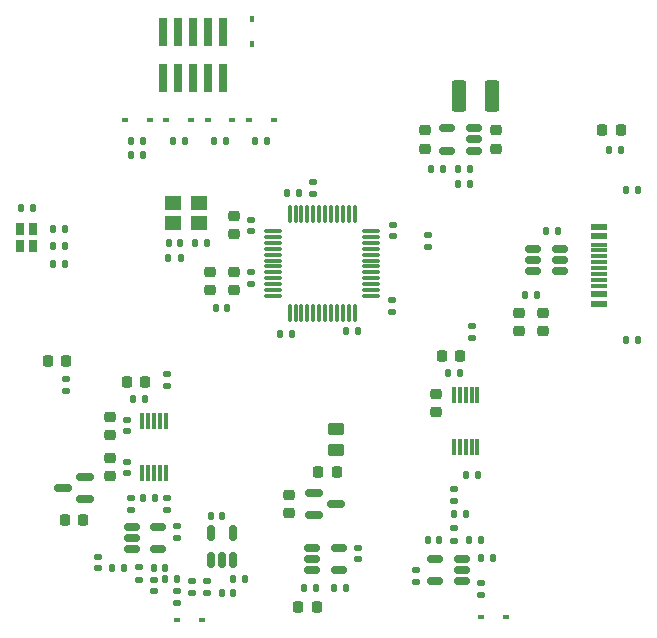
<source format=gbr>
%TF.GenerationSoftware,KiCad,Pcbnew,(6.0.4)*%
%TF.CreationDate,2022-11-12T18:53:05-06:00*%
%TF.ProjectId,Signalyzer,5369676e-616c-4797-9a65-722e6b696361,rev?*%
%TF.SameCoordinates,Original*%
%TF.FileFunction,Paste,Top*%
%TF.FilePolarity,Positive*%
%FSLAX46Y46*%
G04 Gerber Fmt 4.6, Leading zero omitted, Abs format (unit mm)*
G04 Created by KiCad (PCBNEW (6.0.4)) date 2022-11-12 18:53:05*
%MOMM*%
%LPD*%
G01*
G04 APERTURE LIST*
G04 Aperture macros list*
%AMRoundRect*
0 Rectangle with rounded corners*
0 $1 Rounding radius*
0 $2 $3 $4 $5 $6 $7 $8 $9 X,Y pos of 4 corners*
0 Add a 4 corners polygon primitive as box body*
4,1,4,$2,$3,$4,$5,$6,$7,$8,$9,$2,$3,0*
0 Add four circle primitives for the rounded corners*
1,1,$1+$1,$2,$3*
1,1,$1+$1,$4,$5*
1,1,$1+$1,$6,$7*
1,1,$1+$1,$8,$9*
0 Add four rect primitives between the rounded corners*
20,1,$1+$1,$2,$3,$4,$5,0*
20,1,$1+$1,$4,$5,$6,$7,0*
20,1,$1+$1,$6,$7,$8,$9,0*
20,1,$1+$1,$8,$9,$2,$3,0*%
G04 Aperture macros list end*
%ADD10RoundRect,0.250000X-0.375000X-1.075000X0.375000X-1.075000X0.375000X1.075000X-0.375000X1.075000X0*%
%ADD11R,1.450000X0.600000*%
%ADD12R,1.450000X0.300000*%
%ADD13RoundRect,0.135000X-0.135000X-0.185000X0.135000X-0.185000X0.135000X0.185000X-0.135000X0.185000X0*%
%ADD14RoundRect,0.135000X-0.185000X0.135000X-0.185000X-0.135000X0.185000X-0.135000X0.185000X0.135000X0*%
%ADD15RoundRect,0.140000X-0.140000X-0.170000X0.140000X-0.170000X0.140000X0.170000X-0.140000X0.170000X0*%
%ADD16RoundRect,0.150000X0.587500X0.150000X-0.587500X0.150000X-0.587500X-0.150000X0.587500X-0.150000X0*%
%ADD17R,0.600000X0.450000*%
%ADD18RoundRect,0.135000X0.135000X0.185000X-0.135000X0.185000X-0.135000X-0.185000X0.135000X-0.185000X0*%
%ADD19R,1.400000X1.200000*%
%ADD20RoundRect,0.140000X-0.170000X0.140000X-0.170000X-0.140000X0.170000X-0.140000X0.170000X0.140000X0*%
%ADD21RoundRect,0.140000X0.170000X-0.140000X0.170000X0.140000X-0.170000X0.140000X-0.170000X-0.140000X0*%
%ADD22RoundRect,0.250000X-0.450000X0.262500X-0.450000X-0.262500X0.450000X-0.262500X0.450000X0.262500X0*%
%ADD23RoundRect,0.150000X0.512500X0.150000X-0.512500X0.150000X-0.512500X-0.150000X0.512500X-0.150000X0*%
%ADD24RoundRect,0.225000X-0.250000X0.225000X-0.250000X-0.225000X0.250000X-0.225000X0.250000X0.225000X0*%
%ADD25RoundRect,0.075000X-0.662500X-0.075000X0.662500X-0.075000X0.662500X0.075000X-0.662500X0.075000X0*%
%ADD26RoundRect,0.075000X-0.075000X-0.662500X0.075000X-0.662500X0.075000X0.662500X-0.075000X0.662500X0*%
%ADD27RoundRect,0.140000X0.140000X0.170000X-0.140000X0.170000X-0.140000X-0.170000X0.140000X-0.170000X0*%
%ADD28RoundRect,0.135000X0.185000X-0.135000X0.185000X0.135000X-0.185000X0.135000X-0.185000X-0.135000X0*%
%ADD29RoundRect,0.225000X0.250000X-0.225000X0.250000X0.225000X-0.250000X0.225000X-0.250000X-0.225000X0*%
%ADD30R,0.450000X0.600000*%
%ADD31R,0.300000X1.450000*%
%ADD32RoundRect,0.225000X0.225000X0.250000X-0.225000X0.250000X-0.225000X-0.250000X0.225000X-0.250000X0*%
%ADD33RoundRect,0.150000X-0.512500X-0.150000X0.512500X-0.150000X0.512500X0.150000X-0.512500X0.150000X0*%
%ADD34RoundRect,0.150000X0.150000X-0.512500X0.150000X0.512500X-0.150000X0.512500X-0.150000X-0.512500X0*%
%ADD35RoundRect,0.147500X0.147500X0.172500X-0.147500X0.172500X-0.147500X-0.172500X0.147500X-0.172500X0*%
%ADD36R,0.800000X1.000000*%
%ADD37R,0.740000X2.400000*%
%ADD38RoundRect,0.218750X0.218750X0.256250X-0.218750X0.256250X-0.218750X-0.256250X0.218750X-0.256250X0*%
%ADD39RoundRect,0.150000X-0.587500X-0.150000X0.587500X-0.150000X0.587500X0.150000X-0.587500X0.150000X0*%
G04 APERTURE END LIST*
D10*
%TO.C,L101*%
X152350000Y-65300000D03*
X155150000Y-65300000D03*
%TD*%
D11*
%TO.C,J200*%
X164205000Y-82900000D03*
X164205000Y-82100000D03*
D12*
X164205000Y-80900000D03*
X164205000Y-79900000D03*
X164205000Y-79400000D03*
X164205000Y-78400000D03*
D11*
X164205000Y-77200000D03*
X164205000Y-76400000D03*
X164205000Y-76400000D03*
X164205000Y-77200000D03*
D12*
X164205000Y-77900000D03*
X164205000Y-78900000D03*
X164205000Y-80400000D03*
X164205000Y-81400000D03*
D11*
X164205000Y-82100000D03*
X164205000Y-82900000D03*
%TD*%
D13*
%TO.C,R212*%
X128090000Y-69100000D03*
X129110000Y-69100000D03*
%TD*%
%TO.C,R213*%
X124590000Y-69100000D03*
X125610000Y-69100000D03*
%TD*%
D14*
%TO.C,R304*%
X125250000Y-105240000D03*
X125250000Y-106260000D03*
%TD*%
D15*
%TO.C,C305*%
X126520000Y-105250000D03*
X127480000Y-105250000D03*
%TD*%
%TO.C,C403*%
X151931250Y-100700000D03*
X152891250Y-100700000D03*
%TD*%
D16*
%TO.C,U302*%
X120687500Y-99450000D03*
X120687500Y-97550000D03*
X118812500Y-98500000D03*
%TD*%
D17*
%TO.C,D400*%
X154200000Y-109400000D03*
X156300000Y-109400000D03*
%TD*%
D18*
%TO.C,R209*%
X119010000Y-78050000D03*
X117990000Y-78050000D03*
%TD*%
D19*
%TO.C,Y200*%
X130350000Y-74400000D03*
X128150000Y-74400000D03*
X128150000Y-76100000D03*
X130350000Y-76100000D03*
%TD*%
D20*
%TO.C,C203*%
X146750000Y-76220000D03*
X146750000Y-77180000D03*
%TD*%
D15*
%TO.C,C204*%
X137790000Y-73500000D03*
X138750000Y-73500000D03*
%TD*%
D21*
%TO.C,C406*%
X148681250Y-106430000D03*
X148681250Y-105470000D03*
%TD*%
D13*
%TO.C,R302*%
X133240000Y-106250000D03*
X134260000Y-106250000D03*
%TD*%
D15*
%TO.C,C302*%
X131320000Y-100850000D03*
X132280000Y-100850000D03*
%TD*%
D14*
%TO.C,R204*%
X149750000Y-77090000D03*
X149750000Y-78110000D03*
%TD*%
D13*
%TO.C,R105*%
X139240000Y-107000000D03*
X140260000Y-107000000D03*
%TD*%
D22*
%TO.C,R100*%
X141950000Y-93475000D03*
X141950000Y-95300000D03*
%TD*%
D18*
%TO.C,R206*%
X167510000Y-73250000D03*
X166490000Y-73250000D03*
%TD*%
D23*
%TO.C,U201*%
X160887500Y-80150000D03*
X160887500Y-79200000D03*
X160887500Y-78250000D03*
X158612500Y-78250000D03*
X158612500Y-79200000D03*
X158612500Y-80150000D03*
%TD*%
D24*
%TO.C,C105*%
X155500000Y-68225000D03*
X155500000Y-69775000D03*
%TD*%
D25*
%TO.C,U200*%
X136587500Y-76750000D03*
X136587500Y-77250000D03*
X136587500Y-77750000D03*
X136587500Y-78250000D03*
X136587500Y-78750000D03*
X136587500Y-79250000D03*
X136587500Y-79750000D03*
X136587500Y-80250000D03*
X136587500Y-80750000D03*
X136587500Y-81250000D03*
X136587500Y-81750000D03*
X136587500Y-82250000D03*
D26*
X138000000Y-83662500D03*
X138500000Y-83662500D03*
X139000000Y-83662500D03*
X139500000Y-83662500D03*
X140000000Y-83662500D03*
X140500000Y-83662500D03*
X141000000Y-83662500D03*
X141500000Y-83662500D03*
X142000000Y-83662500D03*
X142500000Y-83662500D03*
X143000000Y-83662500D03*
X143500000Y-83662500D03*
D25*
X144912500Y-82250000D03*
X144912500Y-81750000D03*
X144912500Y-81250000D03*
X144912500Y-80750000D03*
X144912500Y-80250000D03*
X144912500Y-79750000D03*
X144912500Y-79250000D03*
X144912500Y-78750000D03*
X144912500Y-78250000D03*
X144912500Y-77750000D03*
X144912500Y-77250000D03*
X144912500Y-76750000D03*
D26*
X143500000Y-75337500D03*
X143000000Y-75337500D03*
X142500000Y-75337500D03*
X142000000Y-75337500D03*
X141500000Y-75337500D03*
X141000000Y-75337500D03*
X140500000Y-75337500D03*
X140000000Y-75337500D03*
X139500000Y-75337500D03*
X139000000Y-75337500D03*
X138500000Y-75337500D03*
X138000000Y-75337500D03*
%TD*%
D27*
%TO.C,C208*%
X130980000Y-77750000D03*
X130020000Y-77750000D03*
%TD*%
D24*
%TO.C,C100*%
X159440000Y-83675000D03*
X159440000Y-85225000D03*
%TD*%
D17*
%TO.C,D204*%
X129650000Y-67350000D03*
X127550000Y-67350000D03*
%TD*%
D28*
%TO.C,R402*%
X151931250Y-99610000D03*
X151931250Y-98590000D03*
%TD*%
D29*
%TO.C,C207*%
X131250000Y-81750000D03*
X131250000Y-80200000D03*
%TD*%
D30*
%TO.C,D201*%
X134850000Y-60900000D03*
X134850000Y-58800000D03*
%TD*%
D28*
%TO.C,R403*%
X151931250Y-102960000D03*
X151931250Y-101940000D03*
%TD*%
D31*
%TO.C,U400*%
X151900000Y-95000000D03*
X152400000Y-95000000D03*
X152900000Y-95000000D03*
X153400000Y-95000000D03*
X153900000Y-95000000D03*
X153900000Y-90600000D03*
X153400000Y-90600000D03*
X152900000Y-90600000D03*
X152400000Y-90600000D03*
X151900000Y-90600000D03*
%TD*%
D17*
%TO.C,D300*%
X128500000Y-109700000D03*
X130600000Y-109700000D03*
%TD*%
D13*
%TO.C,R103*%
X165040000Y-69900000D03*
X166060000Y-69900000D03*
%TD*%
D28*
%TO.C,R202*%
X146700000Y-83610000D03*
X146700000Y-82590000D03*
%TD*%
D13*
%TO.C,R305*%
X122990000Y-105250000D03*
X124010000Y-105250000D03*
%TD*%
D17*
%TO.C,D205*%
X126150000Y-67350000D03*
X124050000Y-67350000D03*
%TD*%
D13*
%TO.C,R303*%
X127480000Y-106250000D03*
X128500000Y-106250000D03*
%TD*%
D27*
%TO.C,C405*%
X150681250Y-102950000D03*
X149721250Y-102950000D03*
%TD*%
D28*
%TO.C,R405*%
X154181250Y-107560000D03*
X154181250Y-106540000D03*
%TD*%
D13*
%TO.C,R210*%
X135090000Y-69100000D03*
X136110000Y-69100000D03*
%TD*%
D24*
%TO.C,C104*%
X149500000Y-68225000D03*
X149500000Y-69775000D03*
%TD*%
D14*
%TO.C,R301*%
X129750000Y-106390000D03*
X129750000Y-107410000D03*
%TD*%
D27*
%TO.C,C401*%
X152380000Y-88800000D03*
X151420000Y-88800000D03*
%TD*%
%TO.C,C301*%
X133230000Y-107400000D03*
X132270000Y-107400000D03*
%TD*%
D32*
%TO.C,C308*%
X119100000Y-87800000D03*
X117550000Y-87800000D03*
%TD*%
D14*
%TO.C,R306*%
X124600000Y-99340000D03*
X124600000Y-100360000D03*
%TD*%
D13*
%TO.C,R102*%
X149990000Y-71500000D03*
X151010000Y-71500000D03*
%TD*%
D17*
%TO.C,D203*%
X131050000Y-67350000D03*
X133150000Y-67350000D03*
%TD*%
D13*
%TO.C,R401*%
X152890000Y-97400000D03*
X153910000Y-97400000D03*
%TD*%
D18*
%TO.C,R211*%
X132610000Y-69100000D03*
X131590000Y-69100000D03*
%TD*%
D14*
%TO.C,R400*%
X153400000Y-84790000D03*
X153400000Y-85810000D03*
%TD*%
D13*
%TO.C,R203*%
X137190000Y-85500000D03*
X138210000Y-85500000D03*
%TD*%
D15*
%TO.C,C209*%
X127770000Y-77750000D03*
X128730000Y-77750000D03*
%TD*%
D29*
%TO.C,C103*%
X137950000Y-100662500D03*
X137950000Y-99112500D03*
%TD*%
D20*
%TO.C,C303*%
X126500000Y-106270000D03*
X126500000Y-107230000D03*
%TD*%
D32*
%TO.C,C400*%
X152425000Y-87300000D03*
X150875000Y-87300000D03*
%TD*%
D21*
%TO.C,C205*%
X134750000Y-81210000D03*
X134750000Y-80250000D03*
%TD*%
%TO.C,C304*%
X121750000Y-105280000D03*
X121750000Y-104320000D03*
%TD*%
D33*
%TO.C,U301*%
X124612500Y-101800000D03*
X124612500Y-102750000D03*
X124612500Y-103700000D03*
X126887500Y-103700000D03*
X126887500Y-101800000D03*
%TD*%
D20*
%TO.C,C306*%
X128500000Y-101770000D03*
X128500000Y-102730000D03*
%TD*%
D32*
%TO.C,C309*%
X120525000Y-101250000D03*
X118975000Y-101250000D03*
%TD*%
D29*
%TO.C,C310*%
X122750000Y-97525000D03*
X122750000Y-95975000D03*
%TD*%
D15*
%TO.C,C307*%
X125620000Y-99350000D03*
X126580000Y-99350000D03*
%TD*%
D17*
%TO.C,D202*%
X136650000Y-67350000D03*
X134550000Y-67350000D03*
%TD*%
D15*
%TO.C,C404*%
X154220000Y-104450000D03*
X155180000Y-104450000D03*
%TD*%
D23*
%TO.C,U401*%
X152568750Y-106400000D03*
X152568750Y-105450000D03*
X152568750Y-104500000D03*
X150293750Y-104500000D03*
X150293750Y-106400000D03*
%TD*%
D18*
%TO.C,R205*%
X167510000Y-86000000D03*
X166490000Y-86000000D03*
%TD*%
D14*
%TO.C,R308*%
X119075000Y-89290000D03*
X119075000Y-90310000D03*
%TD*%
D23*
%TO.C,U101*%
X153637500Y-69950000D03*
X153637500Y-69000000D03*
X153637500Y-68050000D03*
X151362500Y-68050000D03*
X151362500Y-69950000D03*
%TD*%
D32*
%TO.C,C102*%
X141975000Y-97137500D03*
X140425000Y-97137500D03*
%TD*%
D27*
%TO.C,C314*%
X125730000Y-91000000D03*
X124770000Y-91000000D03*
%TD*%
D31*
%TO.C,U303*%
X125500000Y-97200000D03*
X126000000Y-97200000D03*
X126500000Y-97200000D03*
X127000000Y-97200000D03*
X127500000Y-97200000D03*
X127500000Y-92800000D03*
X127000000Y-92800000D03*
X126500000Y-92800000D03*
X126000000Y-92800000D03*
X125500000Y-92800000D03*
%TD*%
D32*
%TO.C,C315*%
X125750000Y-89500000D03*
X124200000Y-89500000D03*
%TD*%
D29*
%TO.C,C200*%
X133250000Y-77000000D03*
X133250000Y-75450000D03*
%TD*%
D21*
%TO.C,C300*%
X131000000Y-107380000D03*
X131000000Y-106420000D03*
%TD*%
D28*
%TO.C,R309*%
X127650000Y-89860000D03*
X127650000Y-88840000D03*
%TD*%
D13*
%TO.C,R101*%
X152240000Y-71500000D03*
X153260000Y-71500000D03*
%TD*%
D21*
%TO.C,C311*%
X124250000Y-97230000D03*
X124250000Y-96270000D03*
%TD*%
D13*
%TO.C,R201*%
X127740000Y-79000000D03*
X128760000Y-79000000D03*
%TD*%
D15*
%TO.C,C212*%
X124600000Y-70350000D03*
X125560000Y-70350000D03*
%TD*%
D33*
%TO.C,U102*%
X139862500Y-103550000D03*
X139862500Y-104500000D03*
X139862500Y-105450000D03*
X142137500Y-105450000D03*
X142137500Y-103550000D03*
%TD*%
D29*
%TO.C,C206*%
X133250000Y-81750000D03*
X133250000Y-80200000D03*
%TD*%
D20*
%TO.C,C313*%
X124250000Y-92750000D03*
X124250000Y-93710000D03*
%TD*%
D24*
%TO.C,C402*%
X150400000Y-90525000D03*
X150400000Y-92075000D03*
%TD*%
D15*
%TO.C,C210*%
X159720000Y-76750000D03*
X160680000Y-76750000D03*
%TD*%
D14*
%TO.C,R300*%
X128500000Y-107240000D03*
X128500000Y-108260000D03*
%TD*%
D13*
%TO.C,R104*%
X141740000Y-107000000D03*
X142760000Y-107000000D03*
%TD*%
D24*
%TO.C,C312*%
X122750000Y-92475000D03*
X122750000Y-94025000D03*
%TD*%
D15*
%TO.C,C211*%
X115270000Y-74800000D03*
X116230000Y-74800000D03*
%TD*%
D34*
%TO.C,U300*%
X131300000Y-104637500D03*
X132250000Y-104637500D03*
X133200000Y-104637500D03*
X133200000Y-102362500D03*
X131300000Y-102362500D03*
%TD*%
D24*
%TO.C,C101*%
X157440000Y-83675000D03*
X157440000Y-85225000D03*
%TD*%
D21*
%TO.C,C201*%
X134750000Y-76750000D03*
X134750000Y-75790000D03*
%TD*%
D27*
%TO.C,C106*%
X153230000Y-72750000D03*
X152270000Y-72750000D03*
%TD*%
D35*
%TO.C,L200*%
X132735000Y-83250000D03*
X131765000Y-83250000D03*
%TD*%
%TO.C,L100*%
X158925000Y-82150000D03*
X157955000Y-82150000D03*
%TD*%
D36*
%TO.C,D200*%
X115200000Y-78050000D03*
X115200000Y-76550000D03*
X116300000Y-76550000D03*
X116300000Y-78050000D03*
%TD*%
D18*
%TO.C,R207*%
X119010000Y-76550000D03*
X117990000Y-76550000D03*
%TD*%
%TO.C,R404*%
X154191250Y-102950000D03*
X153171250Y-102950000D03*
%TD*%
D14*
%TO.C,R200*%
X140000000Y-72600000D03*
X140000000Y-73620000D03*
%TD*%
%TO.C,R307*%
X127600000Y-99340000D03*
X127600000Y-100360000D03*
%TD*%
D37*
%TO.C,J201*%
X132390000Y-59900000D03*
X132390000Y-63800000D03*
X131120000Y-59900000D03*
X131120000Y-63800000D03*
X129850000Y-59900000D03*
X129850000Y-63800000D03*
X128580000Y-59900000D03*
X128580000Y-63800000D03*
X127310000Y-59900000D03*
X127310000Y-63800000D03*
%TD*%
D32*
%TO.C,C107*%
X140275000Y-108550000D03*
X138725000Y-108550000D03*
%TD*%
D18*
%TO.C,R208*%
X119010000Y-79550000D03*
X117990000Y-79550000D03*
%TD*%
D27*
%TO.C,C202*%
X143750000Y-85250000D03*
X142790000Y-85250000D03*
%TD*%
D38*
%TO.C,D100*%
X166037500Y-68200000D03*
X164462500Y-68200000D03*
%TD*%
D39*
%TO.C,U100*%
X140075000Y-98937500D03*
X140075000Y-100837500D03*
X141950000Y-99887500D03*
%TD*%
D21*
%TO.C,C108*%
X143750000Y-104530000D03*
X143750000Y-103570000D03*
%TD*%
M02*

</source>
